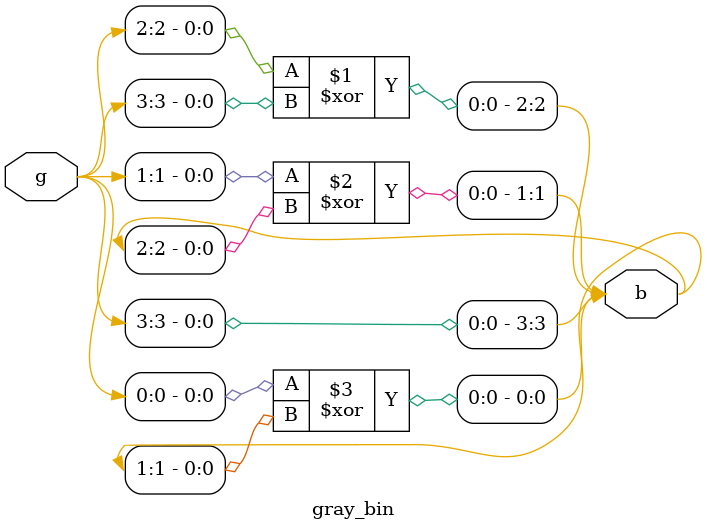
<source format=v>
`timescale 1ns / 1ps


module gray_bin(
input [3:0]g,
output [3:0]b
    );
    assign b[3]=g[3];
    assign b[2]=g[2]^b[3];
    assign b[1]=g[1]^b[2];
    assign b[0]=g[0]^b[1];
    
endmodule

</source>
